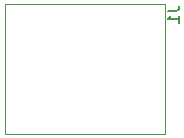
<source format=gbr>
%TF.GenerationSoftware,KiCad,Pcbnew,(5.1.9)-1*%
%TF.CreationDate,2021-07-15T22:57:35+09:00*%
%TF.ProjectId,4710MQ Power Supply,34373130-4d51-4205-906f-776572205375,rev?*%
%TF.SameCoordinates,Original*%
%TF.FileFunction,Legend,Bot*%
%TF.FilePolarity,Positive*%
%FSLAX46Y46*%
G04 Gerber Fmt 4.6, Leading zero omitted, Abs format (unit mm)*
G04 Created by KiCad (PCBNEW (5.1.9)-1) date 2021-07-15 22:57:35*
%MOMM*%
%LPD*%
G01*
G04 APERTURE LIST*
%ADD10C,0.120000*%
%ADD11C,0.150000*%
G04 APERTURE END LIST*
D10*
%TO.C,J1*%
X135600000Y-106100000D02*
X135600000Y-95100000D01*
X135600000Y-95100000D02*
X122100000Y-95100000D01*
X122100000Y-95100000D02*
X122100000Y-106100000D01*
X122100000Y-106100000D02*
X135600000Y-106100000D01*
D11*
X135852380Y-95666666D02*
X136566666Y-95666666D01*
X136709523Y-95619047D01*
X136804761Y-95523809D01*
X136852380Y-95380952D01*
X136852380Y-95285714D01*
X136852380Y-96666666D02*
X136852380Y-96095238D01*
X136852380Y-96380952D02*
X135852380Y-96380952D01*
X135995238Y-96285714D01*
X136090476Y-96190476D01*
X136138095Y-96095238D01*
%TD*%
M02*

</source>
